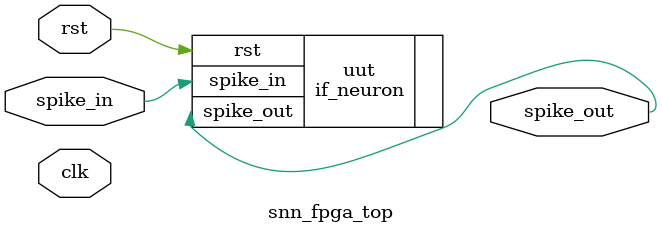
<source format=v>
`timescale 1ns / 1ps
module snn_fpga_top
(
    input wire clk,
    input wire rst,
    input wire spike_in,
    output wire spike_out
);

// if_network 
// #(
//     .THRESH(4),
//     .RESET(0),
//     .REFRAC(0),
//     .WEIGHT_SIZE(32),
//     .NUM_INPUTS(1),
//     .NUM_OUTPUTS(1),
//     .NUM_LAYERS(1),
//     .NUM_HIDDEN_LAYER_NEURONS(1)
// )
// if_network
// (
//     .clk(clk),
//     .rst(rst),
//     .spike_in(spike_in),
//     .spike_out(spike_out)
// );


if_neuron 
#(
    .THRESH(4),
    .RESET(0),
    .WEIGHT_SIZE(32),
    .NUM_INPUTS(1),
    .WEIGHT_FILENAME("neuron.txt")
)
uut
(
    .rst(rst),
    .spike_out(spike_out),
    .spike_in(spike_in)
);


endmodule
</source>
